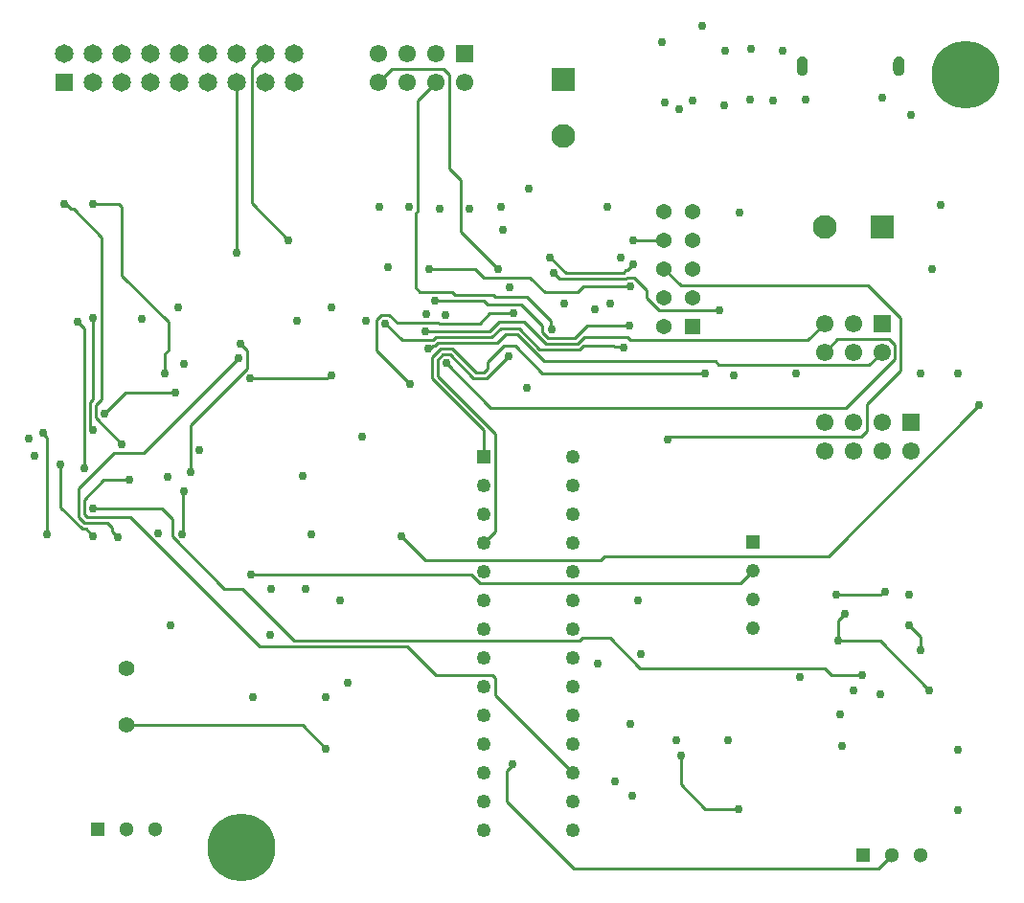
<source format=gbl>
G04*
G04 #@! TF.GenerationSoftware,Altium Limited,Altium Designer,22.0.2 (36)*
G04*
G04 Layer_Physical_Order=4*
G04 Layer_Color=16711680*
%FSLAX25Y25*%
%MOIN*%
G70*
G04*
G04 #@! TF.SameCoordinates,952CAA48-3728-48F0-9C98-E899784471C3*
G04*
G04*
G04 #@! TF.FilePolarity,Positive*
G04*
G01*
G75*
%ADD15C,0.01000*%
%ADD81C,0.23622*%
%ADD82C,0.05118*%
%ADD83R,0.05118X0.05118*%
%ADD84C,0.05543*%
%ADD85C,0.08268*%
%ADD86R,0.08268X0.08268*%
%ADD87R,0.06102X0.06102*%
%ADD88C,0.06102*%
%ADD89C,0.04882*%
%ADD90R,0.04882X0.04882*%
%ADD91C,0.05394*%
%ADD92R,0.05394X0.05394*%
%ADD93R,0.08268X0.08268*%
%ADD94C,0.04921*%
%ADD95R,0.04921X0.04921*%
%ADD96C,0.06496*%
%ADD97R,0.06496X0.06496*%
%ADD98O,0.02756X0.05512*%
%ADD99C,0.03000*%
G36*
X280086Y293156D02*
X279983Y293164D01*
X279881Y293178D01*
X279780Y293197D01*
X279679Y293221D01*
X279581Y293250D01*
X279484Y293284D01*
X279388Y293324D01*
X279295Y293368D01*
X279205Y293417D01*
X279117Y293471D01*
X279032Y293530D01*
X278950Y293592D01*
X278872Y293659D01*
X278797Y293730D01*
X278726Y293805D01*
X278659Y293883D01*
X278596Y293965D01*
X278538Y294050D01*
X278484Y294138D01*
X278435Y294228D01*
X278391Y294321D01*
X278351Y294417D01*
X278317Y294514D01*
X278288Y294613D01*
X278263Y294713D01*
X278245Y294814D01*
X278231Y294916D01*
X278223Y295019D01*
X278221Y295122D01*
Y297878D01*
X278223Y297981D01*
X278231Y298084D01*
X278245Y298186D01*
X278263Y298287D01*
X278288Y298387D01*
X278317Y298486D01*
X278351Y298583D01*
X278391Y298679D01*
X278435Y298772D01*
X278484Y298862D01*
X278538Y298950D01*
X278596Y299035D01*
X278659Y299117D01*
X278726Y299195D01*
X278797Y299270D01*
X278872Y299341D01*
X278950Y299408D01*
X279032Y299470D01*
X279117Y299529D01*
X279205Y299583D01*
X279295Y299632D01*
X279388Y299676D01*
X279484Y299716D01*
X279581Y299750D01*
X279679Y299779D01*
X279780Y299803D01*
X279881Y299822D01*
X279983Y299836D01*
X280086Y299844D01*
X280189Y299847D01*
X280292Y299844D01*
X280395Y299836D01*
X280497Y299822D01*
X280598Y299803D01*
X280698Y299779D01*
X280797Y299750D01*
X280894Y299716D01*
X280990Y299676D01*
X281083Y299632D01*
X281173Y299583D01*
X281261Y299529D01*
X281346Y299470D01*
X281428Y299408D01*
X281506Y299341D01*
X281581Y299270D01*
X281652Y299195D01*
X281719Y299117D01*
X281782Y299035D01*
X281840Y298950D01*
X281894Y298862D01*
X281943Y298772D01*
X281987Y298679D01*
X282027Y298583D01*
X282061Y298486D01*
X282090Y298387D01*
X282115Y298287D01*
X282133Y298186D01*
X282147Y298084D01*
X282155Y297981D01*
X282157Y297878D01*
Y295122D01*
X282155Y295019D01*
X282147Y294916D01*
X282133Y294814D01*
X282115Y294713D01*
X282090Y294613D01*
X282061Y294514D01*
X282027Y294417D01*
X281987Y294321D01*
X281943Y294228D01*
X281894Y294138D01*
X281840Y294050D01*
X281782Y293965D01*
X281719Y293883D01*
X281652Y293805D01*
X281581Y293730D01*
X281506Y293659D01*
X281428Y293592D01*
X281346Y293530D01*
X281261Y293471D01*
X281173Y293417D01*
X281083Y293368D01*
X280990Y293324D01*
X280894Y293284D01*
X280797Y293250D01*
X280698Y293221D01*
X280598Y293197D01*
X280497Y293178D01*
X280395Y293164D01*
X280292Y293156D01*
X280189Y293154D01*
X280086Y293156D01*
D02*
G37*
G36*
X313708D02*
X313605Y293164D01*
X313503Y293178D01*
X313402Y293197D01*
X313301Y293221D01*
X313203Y293250D01*
X313106Y293284D01*
X313010Y293324D01*
X312917Y293368D01*
X312827Y293417D01*
X312739Y293471D01*
X312654Y293530D01*
X312572Y293592D01*
X312494Y293659D01*
X312419Y293730D01*
X312348Y293805D01*
X312281Y293883D01*
X312218Y293965D01*
X312160Y294050D01*
X312106Y294138D01*
X312057Y294228D01*
X312013Y294321D01*
X311973Y294417D01*
X311939Y294514D01*
X311910Y294613D01*
X311885Y294713D01*
X311867Y294814D01*
X311853Y294916D01*
X311845Y295019D01*
X311842Y295122D01*
Y297878D01*
X311845Y297981D01*
X311853Y298084D01*
X311867Y298186D01*
X311885Y298287D01*
X311910Y298387D01*
X311939Y298486D01*
X311973Y298583D01*
X312013Y298679D01*
X312057Y298772D01*
X312106Y298862D01*
X312160Y298950D01*
X312218Y299035D01*
X312281Y299117D01*
X312348Y299195D01*
X312419Y299270D01*
X312494Y299341D01*
X312572Y299408D01*
X312654Y299470D01*
X312739Y299529D01*
X312827Y299583D01*
X312917Y299632D01*
X313010Y299676D01*
X313106Y299716D01*
X313203Y299750D01*
X313301Y299779D01*
X313402Y299803D01*
X313503Y299822D01*
X313605Y299836D01*
X313708Y299844D01*
X313811Y299847D01*
X313914Y299844D01*
X314017Y299836D01*
X314119Y299822D01*
X314220Y299803D01*
X314320Y299779D01*
X314419Y299750D01*
X314516Y299716D01*
X314612Y299676D01*
X314705Y299632D01*
X314795Y299583D01*
X314883Y299529D01*
X314968Y299470D01*
X315050Y299408D01*
X315128Y299341D01*
X315203Y299270D01*
X315274Y299195D01*
X315341Y299117D01*
X315404Y299035D01*
X315462Y298950D01*
X315516Y298862D01*
X315565Y298772D01*
X315609Y298679D01*
X315649Y298583D01*
X315683Y298486D01*
X315712Y298387D01*
X315737Y298287D01*
X315755Y298186D01*
X315769Y298084D01*
X315777Y297981D01*
X315779Y297878D01*
Y295122D01*
X315777Y295019D01*
X315769Y294916D01*
X315755Y294814D01*
X315737Y294713D01*
X315712Y294613D01*
X315683Y294514D01*
X315649Y294417D01*
X315609Y294321D01*
X315565Y294228D01*
X315516Y294138D01*
X315462Y294050D01*
X315404Y293965D01*
X315341Y293883D01*
X315274Y293805D01*
X315203Y293730D01*
X315128Y293659D01*
X315050Y293592D01*
X314968Y293530D01*
X314883Y293471D01*
X314795Y293417D01*
X314705Y293368D01*
X314612Y293324D01*
X314516Y293284D01*
X314419Y293250D01*
X314320Y293221D01*
X314220Y293197D01*
X314119Y293178D01*
X314017Y293164D01*
X313914Y293156D01*
X313811Y293154D01*
X313708Y293156D01*
D02*
G37*
D15*
X213300Y97500D02*
X223800Y87000D01*
X287872D01*
X203700Y97500D02*
X213300D01*
X135000Y207000D02*
X140886Y201114D01*
X170450Y187950D02*
X178000Y195500D01*
X165793Y187950D02*
X170450D01*
X157635Y196107D02*
X165793Y187950D01*
X153393Y188702D02*
Y194350D01*
Y188702D02*
X173461Y168634D01*
X153493Y200107D02*
X174147D01*
X152500Y199114D02*
X153493Y200107D01*
X151627Y199114D02*
X152500D01*
X150627Y198114D02*
X151627Y199114D01*
X152665Y202107D02*
X172117D01*
X148907Y204107D02*
X171288D01*
X166621Y189950D02*
X169500D01*
X158464Y198107D02*
X166621Y189950D01*
X151393Y187873D02*
Y195178D01*
Y187873D02*
X169500Y169766D01*
Y160500D02*
Y169766D01*
X151393Y195178D02*
X154322Y198107D01*
X148900Y204114D02*
X148907Y204107D01*
X167982Y207000D02*
X171423Y210441D01*
X153730Y207000D02*
X167982D01*
X153616Y207114D02*
X153730Y207000D01*
X173461Y134461D02*
Y168634D01*
X172117Y202107D02*
X175209Y205200D01*
X155150Y196107D02*
X157635D01*
X151672Y201114D02*
X152665Y202107D01*
X139365Y207114D02*
X153616D01*
X171288Y204107D02*
X174622Y207441D01*
X153393Y194350D02*
X155150Y196107D01*
X154322Y198107D02*
X158464D01*
X169500Y130500D02*
X173461Y134461D01*
X140886Y201114D02*
X151672D01*
X174147Y200107D02*
X177180Y203140D01*
X136479Y210000D02*
X139365Y207114D01*
X171800Y177700D02*
X295500D01*
X150086Y198114D02*
X150627D01*
X156393Y193107D02*
X171800Y177700D01*
X170759Y193459D02*
X176400Y199100D01*
X180200D02*
X189600Y189700D01*
X170759Y191209D02*
Y193459D01*
X176400Y199100D02*
X180200D01*
X174622Y207441D02*
X183488D01*
X189600Y189700D02*
X246500D01*
X169500Y189950D02*
X170759Y191209D01*
X42000Y132500D02*
Y132660D01*
X39959Y134701D02*
X42000Y132660D01*
X38300Y137400D02*
X39959Y135741D01*
Y134701D02*
Y135741D01*
X33350Y133000D02*
X33500D01*
X30950Y135400D02*
X33350Y133000D01*
X29572Y135400D02*
X30950D01*
X30400Y137400D02*
X38300D01*
X177500Y40600D02*
Y51257D01*
X179500Y53257D01*
Y53500D01*
X177500Y40600D02*
X200800Y17300D01*
X306800D01*
X30300Y145700D02*
X37100Y152500D01*
X51000Y162000D02*
X84000Y195000D01*
X28300Y149500D02*
X40800Y162000D01*
X37100Y152500D02*
X46000D01*
X40800Y162000D02*
X51000D01*
X46357Y139400D02*
X91357Y94400D01*
X31400Y139400D02*
X46357D01*
X30300Y140500D02*
Y145700D01*
X33300Y142400D02*
X57400D01*
X30300Y140500D02*
X31400Y139400D01*
X287872Y87000D02*
X290372Y84500D01*
X45000Y67157D02*
X106343D01*
X114500Y59000D01*
X164999Y119400D02*
X167859Y116539D01*
X88200Y119400D02*
X164999D01*
X167859Y116539D02*
X258539D01*
X263000Y121000D01*
X64750Y148250D02*
X65000Y148500D01*
X64750Y133775D02*
Y148250D01*
X64500Y133525D02*
X64750Y133775D01*
X85182Y114618D02*
X103300Y96500D01*
X61047Y132735D02*
Y138753D01*
X79165Y114618D02*
X85182D01*
X61047Y132735D02*
X79165Y114618D01*
X91357Y94400D02*
X142700D01*
X161500Y239000D02*
X174507Y225993D01*
X161500Y239000D02*
Y256800D01*
X157400Y260900D02*
X161500Y256800D01*
X145516Y245273D02*
X146500Y246257D01*
Y284700D01*
X152800Y291000D01*
X147086Y218000D02*
X158330D01*
X145516Y219570D02*
X147086Y218000D01*
X145516Y219570D02*
Y245273D01*
X303307Y192449D02*
X307858Y197000D01*
X249866Y193734D02*
X251100Y192500D01*
X279243D02*
X279294Y192449D01*
X251100Y192500D02*
X279243D01*
X279294Y192449D02*
X303307D01*
X180861Y203140D02*
X190268Y193734D01*
X249866D01*
X88700Y248800D02*
X101500Y236000D01*
X88700Y248800D02*
Y296200D01*
X166227Y226000D02*
X169235Y222993D01*
X150500Y226000D02*
X166227D01*
X158330Y218000D02*
X159330Y217000D01*
X172750D01*
X152500Y215000D02*
X169350D01*
X133757Y210000D02*
X136479D01*
X132000Y208243D02*
X133757Y210000D01*
X132000Y197600D02*
Y208243D01*
Y197600D02*
X143700Y185900D01*
X88100Y187800D02*
X114759D01*
X115959Y189000D01*
X116500D01*
X84700Y200000D02*
X87000Y197700D01*
X67300Y171500D02*
X87000Y191200D01*
Y197700D01*
X58500Y189500D02*
Y196467D01*
X28000Y207492D02*
Y207500D01*
X30300Y156700D02*
Y205192D01*
X28000Y207492D02*
X30300Y205192D01*
Y156700D02*
X30500Y156500D01*
X33500Y180700D02*
Y209000D01*
X32300Y179500D02*
X33500Y180700D01*
X26725Y246775D02*
X36500Y237000D01*
Y180700D02*
Y237000D01*
X34300Y178500D02*
X36500Y180700D01*
X22000Y142972D02*
Y158000D01*
Y142972D02*
X29572Y135400D01*
X17300Y133669D02*
Y167159D01*
X16000Y168459D02*
Y169000D01*
Y168459D02*
X17300Y167159D01*
X226095Y215953D02*
X230448Y211600D01*
X226095Y215953D02*
Y218647D01*
X218808Y225379D02*
X219379D01*
X217929Y224500D02*
X218808Y225379D01*
X198000Y224500D02*
X217929D01*
X230448Y211600D02*
X251200D01*
X201886Y217800D02*
X204086Y220000D01*
X219257Y223000D02*
X221743D01*
X195757Y222500D02*
X218757D01*
X221743Y223000D02*
X226095Y218647D01*
X218757Y222500D02*
X219257Y223000D01*
X219379Y225379D02*
X221500Y227500D01*
X204086Y220000D02*
X220500D01*
X193629Y224629D02*
X195757Y222500D01*
X192500Y230000D02*
X198000Y224500D01*
X190613Y217800D02*
X201886D01*
X205273Y206100D02*
X220012D01*
X204130Y199300D02*
X214512D01*
X217746Y198800D02*
X218012Y198533D01*
X214512Y199300D02*
X215012Y198800D01*
X217746D01*
X185421Y222993D02*
X190613Y217800D01*
X181630Y205200D02*
X188830Y198000D01*
X192700Y205300D02*
X193000Y205000D01*
X189800Y203957D02*
Y206100D01*
X204301Y202300D02*
X219400D01*
X188830Y198000D02*
X202830D01*
X184357Y216343D02*
X192700Y208000D01*
X201173Y202000D02*
X205273Y206100D01*
X191757Y202000D02*
X201173D01*
X219400Y202300D02*
X220400Y201300D01*
X189800Y203957D02*
X191757Y202000D01*
X192700Y205300D02*
Y208000D01*
X202830Y198000D02*
X204130Y199300D01*
X202001Y200000D02*
X204301Y202300D01*
X190929Y200000D02*
X202001D01*
X183488Y207441D02*
X190929Y200000D01*
X182300Y213600D02*
X189800Y206100D01*
X170750Y213600D02*
X182300D01*
X290372Y84500D02*
X301000D01*
X169235Y222993D02*
X185421D01*
X169350Y215000D02*
X170750Y213600D01*
X173407Y216343D02*
X184357D01*
X172750Y217000D02*
X173407Y216343D01*
X171423Y210441D02*
X179759D01*
X175209Y205200D02*
X181630D01*
X177180Y203140D02*
X180861D01*
X292550Y103442D02*
X295000Y105892D01*
X292550Y96400D02*
Y103442D01*
X295000Y105892D02*
Y106000D01*
X308614Y113700D02*
X309000D01*
X292000Y112500D02*
X307414D01*
X308614Y113700D01*
X33500Y248500D02*
X42500D01*
X43500Y247500D01*
Y223533D02*
Y247500D01*
X59661Y197628D02*
Y207372D01*
X43500Y223533D02*
X59661Y207372D01*
X58500Y196467D02*
X59661Y197628D01*
X37300Y175500D02*
X44800Y183000D01*
X62000D01*
X23500Y248500D02*
X24041D01*
X25766Y246775D02*
X26725D01*
X24041Y248500D02*
X25766Y246775D01*
X238000Y46500D02*
X246500Y38000D01*
X238000Y46500D02*
Y56500D01*
X246500Y38000D02*
X258000D01*
X157400Y260900D02*
Y293500D01*
X155300Y295600D02*
X157400Y293500D01*
X137400Y295600D02*
X155300D01*
X132800Y291000D02*
X137400Y295600D01*
X306800Y17300D02*
X311500Y22000D01*
X295500Y177700D02*
X312409Y194609D01*
Y199391D01*
X310200Y201600D02*
X312409Y199391D01*
X292458Y201600D02*
X310200D01*
X287858Y197000D02*
X292458Y201600D01*
X142700Y94400D02*
X152600Y84500D01*
X172500D01*
X173500Y83500D01*
Y77500D02*
Y83500D01*
Y77500D02*
X200500Y50500D01*
X88700Y296200D02*
X93500Y301000D01*
X233400Y166600D02*
X234300Y167500D01*
X300800D01*
X302800Y169500D01*
Y179000D01*
X314409Y190609D01*
Y208791D01*
X303100Y220100D02*
X314409Y208791D01*
X237883Y220100D02*
X303100D01*
X232137Y225846D02*
X237883Y220100D01*
X202700Y96500D02*
X203700Y97500D01*
X103300Y96500D02*
X202700D01*
X57400Y142400D02*
X61047Y138753D01*
X289400Y126000D02*
X341800Y178400D01*
X211400Y126000D02*
X289400D01*
X209900Y124500D02*
X211400Y126000D01*
X149100Y124500D02*
X209900D01*
X140700Y132900D02*
X149100Y124500D01*
X34300Y174200D02*
X43500Y165000D01*
X34300Y174200D02*
Y178500D01*
X32300Y171000D02*
X33300Y170000D01*
X32300Y171000D02*
Y179500D01*
X321500Y93100D02*
Y97800D01*
X317400Y101900D02*
X321500Y97800D01*
X292550Y96400D02*
X307259D01*
X324500Y79159D01*
X221200Y235900D02*
X232083D01*
X232137Y235846D01*
X220400Y201300D02*
X282158D01*
X287858Y207000D01*
X28300Y139500D02*
X30400Y137400D01*
X28300Y139500D02*
Y149500D01*
X67300Y155100D02*
Y171500D01*
X83500Y231500D02*
Y291000D01*
D81*
X85000Y24500D02*
D03*
X337000Y293500D02*
D03*
D82*
X55000Y31000D02*
D03*
X45000D02*
D03*
X311500Y22000D02*
D03*
X321500D02*
D03*
D83*
X35000Y31000D02*
D03*
X301500Y22000D02*
D03*
D84*
X45000Y67157D02*
D03*
Y86843D02*
D03*
D85*
X197000Y272091D02*
D03*
X288173Y240500D02*
D03*
D86*
X197000Y291776D02*
D03*
D87*
X162800Y301000D02*
D03*
X318173Y172500D02*
D03*
X307858Y207000D02*
D03*
D88*
X162800Y291000D02*
D03*
X152800Y301000D02*
D03*
X142800D02*
D03*
X152800Y291000D02*
D03*
X142800D02*
D03*
X132800Y301000D02*
D03*
Y291000D02*
D03*
X288173Y162500D02*
D03*
Y172500D02*
D03*
X298173Y162500D02*
D03*
X308173D02*
D03*
X298173Y172500D02*
D03*
X308173D02*
D03*
X318173Y162500D02*
D03*
X287858Y197000D02*
D03*
X297858D02*
D03*
X307858D02*
D03*
X287858Y207000D02*
D03*
X297858D02*
D03*
D89*
X263000Y101000D02*
D03*
Y111000D02*
D03*
Y121000D02*
D03*
D90*
Y131000D02*
D03*
D91*
X232137Y245846D02*
D03*
X242137D02*
D03*
X232137Y235846D02*
D03*
X242137D02*
D03*
X232137Y225846D02*
D03*
X242137D02*
D03*
X232137Y215846D02*
D03*
X242137D02*
D03*
X232137Y205846D02*
D03*
D92*
X242137D02*
D03*
D93*
X307858Y240500D02*
D03*
D94*
X200500Y160500D02*
D03*
Y150500D02*
D03*
Y140500D02*
D03*
Y130500D02*
D03*
Y120500D02*
D03*
Y110500D02*
D03*
Y100500D02*
D03*
Y90500D02*
D03*
Y80500D02*
D03*
Y70500D02*
D03*
Y60500D02*
D03*
Y50500D02*
D03*
Y40500D02*
D03*
Y30500D02*
D03*
X169500D02*
D03*
Y40500D02*
D03*
Y50500D02*
D03*
Y60500D02*
D03*
Y70500D02*
D03*
Y80500D02*
D03*
Y90500D02*
D03*
Y100500D02*
D03*
Y110500D02*
D03*
Y120500D02*
D03*
Y130500D02*
D03*
Y140500D02*
D03*
Y150500D02*
D03*
D95*
Y160500D02*
D03*
D96*
X83500Y301000D02*
D03*
Y291000D02*
D03*
X53500Y301000D02*
D03*
Y291000D02*
D03*
X43500Y301000D02*
D03*
Y291000D02*
D03*
X23500Y301000D02*
D03*
X33500Y291000D02*
D03*
Y301000D02*
D03*
X63500Y291000D02*
D03*
Y301000D02*
D03*
X73500Y291000D02*
D03*
Y301000D02*
D03*
X93500Y291000D02*
D03*
X103500D02*
D03*
X93500Y301000D02*
D03*
X103500D02*
D03*
D97*
X23500Y291000D02*
D03*
D98*
X313811Y296500D02*
D03*
X280189D02*
D03*
D99*
X223000Y110500D02*
D03*
X224000Y92000D02*
D03*
X209000Y88500D02*
D03*
X127000Y167500D02*
D03*
X150086Y198114D02*
D03*
X149500Y210114D02*
D03*
X156393Y193107D02*
D03*
X148900Y204114D02*
D03*
X156000Y210000D02*
D03*
X42000Y132500D02*
D03*
X33500Y133000D02*
D03*
X179500Y53500D02*
D03*
X46000Y152500D02*
D03*
X116500Y212500D02*
D03*
X104500Y208000D02*
D03*
X281500Y285000D02*
D03*
X308000Y285500D02*
D03*
X279500Y84000D02*
D03*
X293500Y71000D02*
D03*
X294000Y60000D02*
D03*
X114500Y59000D02*
D03*
Y77000D02*
D03*
X89000D02*
D03*
X122000Y82000D02*
D03*
X95500Y114500D02*
D03*
X88200Y119400D02*
D03*
X119500Y110500D02*
D03*
X107500Y114500D02*
D03*
X65000Y148500D02*
D03*
X64500Y133525D02*
D03*
X56000Y134000D02*
D03*
X164500Y247000D02*
D03*
X154000D02*
D03*
X133000Y247500D02*
D03*
X143500D02*
D03*
X185000Y254000D02*
D03*
X212500Y247500D02*
D03*
X258500Y245500D02*
D03*
X325500Y226000D02*
D03*
X334500Y189500D02*
D03*
X321500D02*
D03*
X278000D02*
D03*
X256500Y189000D02*
D03*
X318000Y279500D02*
D03*
X270000Y284500D02*
D03*
X262000Y285000D02*
D03*
X273500Y302000D02*
D03*
X262500Y302500D02*
D03*
X253500Y302000D02*
D03*
X231500Y305000D02*
D03*
X245500Y310500D02*
D03*
X237500Y281500D02*
D03*
X242000Y284500D02*
D03*
X232500Y284000D02*
D03*
X101500Y236000D02*
D03*
X136000Y226500D02*
D03*
X150500Y226000D02*
D03*
X152500Y215000D02*
D03*
X128500Y208000D02*
D03*
X135000Y207000D02*
D03*
X116500Y189000D02*
D03*
X84000Y195000D02*
D03*
X63000Y212500D02*
D03*
X65000Y193000D02*
D03*
X58500Y189500D02*
D03*
X50500Y208500D02*
D03*
X28000Y207500D02*
D03*
X33500Y209000D02*
D03*
X30500Y156500D02*
D03*
X22000Y158000D02*
D03*
X16000Y169000D02*
D03*
X11000Y167000D02*
D03*
X13000Y161000D02*
D03*
X213500Y214000D02*
D03*
X220500Y220000D02*
D03*
X221500Y227500D02*
D03*
X220012Y206100D02*
D03*
X218012Y198533D02*
D03*
X208000Y212000D02*
D03*
X197500Y214000D02*
D03*
X193000Y205000D02*
D03*
X307500Y78000D02*
D03*
X298040Y79040D02*
D03*
X301000Y84500D02*
D03*
X176000Y239500D02*
D03*
X193629Y224629D02*
D03*
X192500Y230000D02*
D03*
X217000D02*
D03*
X178500Y219500D02*
D03*
X174507Y225993D02*
D03*
X179759Y210441D02*
D03*
X175500Y247500D02*
D03*
X59500Y153500D02*
D03*
X184500Y184500D02*
D03*
X178000Y195500D02*
D03*
X317500Y112500D02*
D03*
X295000Y106000D02*
D03*
X292000Y112500D02*
D03*
X33500Y248500D02*
D03*
X62000Y183000D02*
D03*
X23500Y248500D02*
D03*
X106500Y154000D02*
D03*
X109500Y133500D02*
D03*
X60500Y102000D02*
D03*
X17300Y133669D02*
D03*
X334500Y58500D02*
D03*
Y37500D02*
D03*
X238000Y56500D02*
D03*
X258000Y38000D02*
D03*
X236500Y62000D02*
D03*
X220500Y67500D02*
D03*
X215000Y47500D02*
D03*
X221000Y42500D02*
D03*
X251200Y211600D02*
D03*
X143700Y185900D02*
D03*
X233400Y166600D02*
D03*
X33300Y142400D02*
D03*
X341800Y178400D02*
D03*
X140700Y132900D02*
D03*
X246500Y189700D02*
D03*
X43500Y165000D02*
D03*
X33300Y170000D02*
D03*
X37300Y175500D02*
D03*
X309000Y113700D02*
D03*
X321500Y93100D02*
D03*
X317400Y101900D02*
D03*
X292550Y96400D02*
D03*
X324500Y79159D02*
D03*
X221200Y235900D02*
D03*
X88100Y187800D02*
D03*
X67300Y155100D02*
D03*
X84700Y200000D02*
D03*
X83500Y231500D02*
D03*
X70339Y163000D02*
D03*
X254327Y62000D02*
D03*
X95000Y98630D02*
D03*
X253000Y282994D02*
D03*
X328400Y248089D02*
D03*
M02*

</source>
